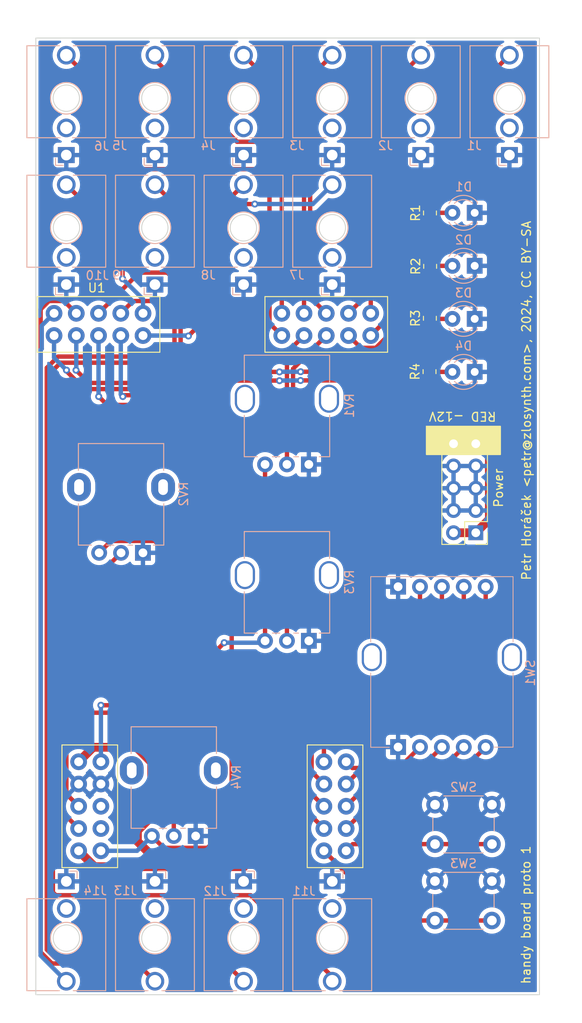
<source format=kicad_pcb>
(kicad_pcb (version 20221018) (generator pcbnew)
  (layers (0 "F.Cu" signal) (31 "B.Cu" signal) (34 "B.Paste" user) (35 "F.Paste" user) (36 "B.SilkS" user "B.Silkscreen") (37 "F.SilkS" user "F.Silkscreen") (38 "B.Mask" user) (39 "F.Mask" user) (44 "Edge.Cuts" user))
  (net 0 "")
  (net 1 "VCC")
  (net 2 "GND")
  (net 3 "VEE")
  (net 6 "Net-(D1-A)")
  (net 7 "Net-(D2-A)")
  (net 8 "Net-(D3-A)")
  (net 9 "Net-(D4-A)")
  (net 11 "LED_1")
  (net 12 "LED_2")
  (net 13 "LED_3")
  (net 14 "LED_4")
  (net 15 "LEFT_OUT")
  (net 16 "RIGHT_OUT")
  (net 17 "POT_1")
  (net 18 "+5V")
  (net 19 "POT_2")
  (net 20 "POT_3")
  (net 21 "+3.3V")
  (net 22 "POT_4")
  (net 23 "BUTTON_1")
  (net 24 "BUTTON_2")
  (net 36 "CV_IN_1")
  (net 37 "CV_OUT_1")
  (net 38 "CV_OUT_2")
  (net 39 "GATE_IN_1")
  (net 40 "GATE_IN_2")
  (net 41 "GATE_OUT_1")
  (net 42 "GATE_OUT_2")
  (net 43 "LEFT_IN")
  (net 44 "RIGHT_IN")
  (net 45 "CV_IN_2")
  (net 46 "CV_IN_4")
  (net 47 "SWITCH_8")
  (net 48 "SWITCH_7")
  (net 49 "SWITCH_6")
  (net 50 "SWITCH_5")
  (net 51 "SWITCH_4")
  (net 52 "SWITCH_3")
  (net 53 "SWITCH_2")
  (net 54 "SWITCH_1")
  (net 57 "CV_IN_3")
  (footprint "Connector_PinHeader_2.54mm:PinHeader_2x05_P2.54mm_Vertical" (layer "F.Cu") (at 99.11 112.62 180)
    (fp_text reference "J15" hide)
    (fp_text value "POWER")
  )
  (footprint "Resistor_SMD:R_0805_2012Metric_Pad1.20x1.40mm_HandSolder" (layer "F.Cu") (at 93.87 88.14 90)
    (fp_text reference "R3")
    (fp_text value "1k")
  )
  (footprint "Resistor_SMD:R_0805_2012Metric_Pad1.20x1.40mm_HandSolder" (layer "F.Cu") (at 93.83 94.23 90)
    (fp_text reference "R4")
    (fp_text value "1k")
  )
  (footprint "Resistor_SMD:R_0805_2012Metric_Pad1.20x1.40mm_HandSolder" (layer "F.Cu") (at 93.88 76.12 90)
    (fp_text reference "R1")
    (fp_text value "1k")
  )
  (footprint "Custom:Daisy_Patch_SM" (layer "F.Cu") (at 69.04 116.84 -90)
    (fp_text reference "U1")
    (fp_text value "Daisy_Patch_SM")
  )
  (footprint "Resistor_SMD:R_0805_2012Metric_Pad1.20x1.40mm_HandSolder" (layer "F.Cu") (at 93.9 82.21 90)
    (fp_text reference "R2")
    (fp_text value "1k")
  )
  (footprint "Connector_Audio:Jack_3.5mm_QingPu_WQP-PJ398SM_Vertical_CircularHoles" (layer "B.Cu") (at 52.36 84.29)
    (fp_text reference "J10")
    (fp_text value "GATE_OUT_2")
  )
  (footprint "Connector_Audio:Jack_3.5mm_QingPu_WQP-PJ398SM_Vertical_CircularHoles" (layer "B.Cu") (at 72.596 84.29)
    (fp_text reference "J8")
    (fp_text value "GATE_IN_2")
  )
  (footprint "Connector_Audio:Jack_3.5mm_QingPu_WQP-PJ398SM_Vertical_CircularHoles" (layer "B.Cu") (at 52.36 152.41 180)
    (fp_text reference "J14")
    (fp_text value "AUDIO_OUT_R")
  )
  (footprint "Custom:Potentiometer_Thonk_Trimmer" (layer "B.Cu") (at 80.05 124.955 90)
    (fp_text reference "RV3")
    (fp_text value "B10k")
  )
  (footprint "Connector_Audio:Jack_3.5mm_QingPu_WQP-PJ398SM_Vertical_CircularHoles" (layer "B.Cu") (at 102.95 69.51)
    (fp_text reference "J1")
    (fp_text value "CV_IN_1")
  )
  (footprint "Potentiometer_THT:Potentiometer_Alpha_RD901F-40-00D_Single_Vertical" (layer "B.Cu") (at 67.13 147.235 90)
    (fp_text reference "RV4")
    (fp_text value "B10k")
  )
  (footprint "Connector_Audio:Jack_3.5mm_QingPu_WQP-PJ398SM_Vertical_CircularHoles" (layer "B.Cu") (at 72.6 152.41 180)
    (fp_text reference "J12")
    (fp_text value "AUDIO_IN_R")
  )
  (footprint "LED_THT:LED_D3.0mm" (layer "B.Cu") (at 98.985 76.1 180)
    (fp_text reference "D1")
    (fp_text value "LED1")
  )
  (footprint "LED_THT:LED_D3.0mm" (layer "B.Cu") (at 98.985 94.26 180)
    (fp_text reference "D4")
    (fp_text value "LED4")
  )
  (footprint "Connector_Audio:Jack_3.5mm_QingPu_WQP-PJ398SM_Vertical_CircularHoles" (layer "B.Cu") (at 82.72 152.41 180)
    (fp_text reference "J11")
    (fp_text value "AUDIO_IN_L")
  )
  (footprint "LED_THT:LED_D3.0mm" (layer "B.Cu") (at 98.985 82.153333 180)
    (fp_text reference "D2")
    (fp_text value "LED2")
  )
  (footprint "Button_Switch_THT:SW_PUSH_6mm" (layer "B.Cu") (at 100.95 152.38 180)
    (fp_text reference "SW3")
    (fp_text value "BUTTON_2")
  )
  (footprint "Custom:Rotary_Switch_8_Alpha" (layer "B.Cu") (at 95.24 127.93 180)
    (fp_text reference "SW1")
    (fp_text value "ROTARY_SWITCH")
  )
  (footprint "Connector_Audio:Jack_3.5mm_QingPu_WQP-PJ398SM_Vertical_CircularHoles" (layer "B.Cu") (at 92.832 69.51)
    (fp_text reference "J2")
    (fp_text value "CV_IN_2")
  )
  (footprint "LED_THT:LED_D3.0mm" (layer "B.Cu") (at 98.985 88.206666 180)
    (fp_text reference "D3")
    (fp_text value "LED3")
  )
  (footprint "Connector_Audio:Jack_3.5mm_QingPu_WQP-PJ398SM_Vertical_CircularHoles" (layer "B.Cu") (at 62.478 84.29)
    (fp_text reference "J9")
    (fp_text value "GATE_OUT_1")
  )
  (footprint "Button_Switch_THT:SW_PUSH_6mm" (layer "B.Cu") (at 100.96 143.66 180)
    (fp_text reference "SW2")
    (fp_text value "BUTTON_1")
  )
  (footprint "Connector_Audio:Jack_3.5mm_QingPu_WQP-PJ398SM_Vertical_CircularHoles" (layer "B.Cu") (at 82.714 69.51)
    (fp_text reference "J3")
    (fp_text value "CV_IN_3")
  )
  (footprint "Custom:Layout" (layer "B.Cu") (at 77.65 110.725873 180)
    (fp_text reference "G***" hide)
    (fp_text value "LOGO" hide)
  )
  (footprint "Connector_Audio:Jack_3.5mm_QingPu_WQP-PJ398SM_Vertical_CircularHoles" (layer "B.Cu") (at 72.596 69.51)
    (fp_text reference "J4")
    (fp_text value "CV_IN_4")
  )
  (footprint "Potentiometer_THT:Potentiometer_Alpha_RD901F-40-00D_Single_Vertical" (layer "B.Cu") (at 61.11 114.91 90)
    (fp_text reference "RV2")
    (fp_text value "B10k")
  )
  (footprint "Connector_Audio:Jack_3.5mm_QingPu_WQP-PJ398SM_Vertical_CircularHoles" (layer "B.Cu") (at 62.48 152.41 180)
    (fp_text reference "J13")
    (fp_text value "AUDIO_OUT_L")
  )
  (footprint "Connector_Audio:Jack_3.5mm_QingPu_WQP-PJ398SM_Vertical_CircularHoles" (layer "B.Cu") (at 52.36 69.51)
    (fp_text reference "J6")
    (fp_text value "CV_OUT_2")
  )
  (footprint "Connector_Audio:Jack_3.5mm_QingPu_WQP-PJ398SM_Vertical_CircularHoles" (layer "B.Cu") (at 62.478 69.51)
    (fp_text reference "J5")
    (fp_text value "CV_OUT_1")
  )
  (footprint "Custom:Potentiometer_Thonk_Trimmer" (layer "B.Cu") (at 80.05 104.82 90)
    (fp_text reference "RV1")
    (fp_text value "B10k")
  )
  (footprint "Connector_Audio:Jack_3.5mm_QingPu_WQP-PJ398SM_Vertical_CircularHoles" (layer "B.Cu") (at 82.714 84.29)
    (fp_text reference "J7")
    (fp_text value "GATE_IN_1")
  )
  (gr_rect (start 93.485 103.68) (end 101.91 100.48) (stroke (width 0.15)) (fill solid) (layer "F.SilkS"))
  (gr_circle (center 52.37 158.88584) (end 53.77 159.43584) (stroke (width 0.1)) (fill none) (layer "Edge.Cuts"))
  (gr_circle (center 72.6 63.03584) (end 74 63.58584) (stroke (width 0.1)) (fill none) (layer "Edge.Cuts"))
  (gr_circle (center 62.47 77.80584) (end 63.87 78.35584) (stroke (width 0.1)) (fill none) (layer "Edge.Cuts"))
  (gr_rect (start 48.88 165.35) (end 106.38 56.15) (stroke (width 0.1)) (fill none) (layer "Edge.Cuts"))
  (gr_circle (center 82.73 77.80584) (end 84.13 78.35584) (stroke (width 0.1)) (fill none) (layer "Edge.Cuts"))
  (gr_circle (center 72.58 77.81584) (end 73.98 78.36584) (stroke (width 0.1)) (fill none) (layer "Edge.Cuts"))
  (gr_circle (center 92.83 63.01584) (end 94.23 63.56584) (stroke (width 0.1)) (fill none) (layer "Edge.Cuts"))
  (gr_circle (center 82.71 158.88584) (end 84.11 159.43584) (stroke (width 0.1)) (fill none) (layer "Edge.Cuts"))
  (gr_circle (center 52.38 77.79584) (end 53.78 78.34584) (stroke (width 0.1)) (fill none) (layer "Edge.Cuts"))
  (gr_circle (center 102.96 63.02584) (end 104.36 63.57584) (stroke (width 0.1)) (fill none) (layer "Edge.Cuts"))
  (gr_circle (center 52.36 63.01584) (end 53.76 63.56584) (stroke (width 0.1)) (fill none) (layer "Edge.Cuts"))
  (gr_circle (center 62.47 158.89584) (end 63.87 159.44584) (stroke (width 0.1)) (fill none) (layer "Edge.Cuts"))
  (gr_circle (center 82.71 63.00584) (end 84.11 63.55584) (stroke (width 0.1)) (fill none) (layer "Edge.Cuts"))
  (gr_circle (center 72.61 158.88584) (end 74.01 159.43584) (stroke (width 0.1)) (fill none) (layer "Edge.Cuts"))
  (gr_circle (center 62.47 63.01584) (end 63.87 63.56584) (stroke (width 0.1)) (fill none) (layer "Edge.Cuts"))
  (gr_text "Petr Horáček <petr@zlosynth.com>, 2024, CC BY-SA" (at 105.48 118.13 90) (layer "F.SilkS") (effects (font (size 1 1)) (justify left bottom)))
  (gr_text "handy board proto 1" (at 105.43 164.22 90) (layer "F.SilkS") (effects (font (size 1 1)) (justify left bottom)))
  (gr_text "-12V" (at 95.765 98.75 180) (layer "F.SilkS") (effects (font (size 1 1)) (justify bottom)))
  (gr_text "Power" (at 102.29 109.82 90) (layer "F.SilkS") (effects (font (size 1 1)) (justify left bottom)))
  (gr_text "RED" (at 99.985 98.75 180) (layer "F.SilkS") (effects (font (size 1 1)) (justify bottom)))
  (segment (start 85.826472 106.796472) (end 91.712944 100.91) (width 1) (layer "F.Cu") (net 1))
  (segment (start 99.11 112.62) (end 96.57 112.62) (width 1) (layer "F.Cu") (net 1))
  (segment (start 60.48 146.622258) (end 60.48 147.847742) (width 1) (layer "F.Cu") (net 1))
  (segment (start 60.48 147.847742) (end 62.167258 149.535) (width 1) (layer "F.Cu") (net 1))
  (segment (start 100.66 111.07) (end 99.11 112.62) (width 1) (layer "F.Cu") (net 1))
  (segment (start 60.37578 137.1075) (end 62.11 138.84172) (width 1) (layer "F.Cu") (net 1))
  (segment (start 91.712944 100.91) (end 99.82 100.91) (width 1) (layer "F.Cu") (net 1))
  (segment (start 53.77 138.76) (end 55.4225 137.1075) (width 1) (layer "F.Cu") (net 1))
  (segment (start 85.826472 123.036472) (end 85.826472 106.796472) (width 1) (layer "F.Cu") (net 1))
  (segment (start 62.167258 149.535) (end 72.147944 149.535) (width 1) (layer "F.Cu") (net 1))
  (segment (start 72.147944 149.535) (end 74.11 147.572944) (width 1) (layer "F.Cu") (net 1))
  (segment (start 62.11 138.84172) (end 62.11 144.992258) (width 1) (layer "F.Cu") (net 1))
  (segment (start 74.11 134.752944) (end 85.826472 123.036472) (width 1) (layer "F.Cu") (net 1))
  (segment (start 99.82 100.91) (end 100.66 101.75) (width 1) (layer "F.Cu") (net 1))
  (segment (start 100.66 101.75) (end 100.66 111.07) (width 1) (layer "F.Cu") (net 1))
  (segment (start 62.11 144.992258) (end 60.48 146.622258) (width 1) (layer "F.Cu") (net 1))
  (segment (start 74.11 147.572944) (end 74.11 134.752944) (width 1) (layer "F.Cu") (net 1))
  (segment (start 55.4225 137.1075) (end 60.37578 137.1075) (width 1) (layer "F.Cu") (net 1))
  (segment (start 91.86 102.46) (end 99.11 102.46) (width 1) (layer "F.Cu") (net 3))
  (segment (start 55.585 150.735) (end 53.77 148.92) (width 1) (layer "F.Cu") (net 3))
  (segment (start 87.026472 123.533528) (end 75.31 135.25) (width 1) (layer "F.Cu") (net 3))
  (segment (start 87.03 116.1) (end 87.026472 116.1) (width 1) (layer "F.Cu") (net 3))
  (segment (start 87.026472 116.1) (end 87.026472 107.293528) (width 1) (layer "F.Cu") (net 3))
  (segment (start 87.026472 116.1) (end 87.026472 123.533528) (width 1) (layer "F.Cu") (net 3))
  (segment (start 75.31 148.07) (end 72.645 150.735) (width 1) (layer "F.Cu") (net 3))
  (segment (start 72.645 150.735) (end 55.585 150.735) (width 1) (layer "F.Cu") (net 3))
  (segment (start 87.026472 107.293528) (end 91.86 102.46) (width 1) (layer "F.Cu") (net 3))
  (segment (start 75.31 135.25) (end 75.31 148.07) (width 1) (layer "F.Cu") (net 3))
  (segment (start 96.445 76.1) (end 94.86 76.1) (width 0.5) (layer "F.Cu") (net 6))
  (segment (start 94.86 76.1) (end 93.88 75.12) (width 0.5) (layer "F.Cu") (net 6))
  (segment (start 96.445 82.153333) (end 94.843333 82.153333) (width 0.5) (layer "F.Cu") (net 7))
  (segment (start 94.843333 82.153333) (end 93.9 81.21) (width 0.5) (layer "F.Cu") (net 7))
  (segment (start 96.445 88.206666) (end 94.936666 88.206666) (width 0.5) (layer "F.Cu") (net 8))
  (segment (start 94.936666 88.206666) (end 93.87 87.14) (width 0.5) (layer "F.Cu") (net 8))
  (segment (start 96.445 94.26) (end 94.86 94.26) (width 0.5) (layer "F.Cu") (net 9))
  (segment (start 94.86 94.26) (end 93.83 93.23) (width 0.5) (layer "F.Cu") (net 9))
  (segment (start 87.12 90.11) (end 89.28 87.95) (width 0.5) (layer "F.Cu") (net 11))
  (segment (start 89.28 87.95) (end 89.28 80.9) (width 0.5) (layer "F.Cu") (net 11))
  (segment (start 93.06 77.12) (end 93.88 77.12) (width 0.5) (layer "F.Cu") (net 11))
  (segment (start 89.28 80.9) (end 93.06 77.12) (width 0.5) (layer "F.Cu") (net 11))
  (segment (start 87.700935 91.5125) (end 85.9825 91.5125) (width 0.5) (layer "F.Cu") (net 12))
  (segment (start 85.9825 91.5125) (end 84.58 90.11) (width 0.5) (layer "F.Cu") (net 12))
  (segment (start 92.21 83.21) (end 89.98 85.44) (width 0.5) (layer "F.Cu") (net 12))
  (segment (start 93.9 83.21) (end 92.21 83.21) (width 0.5) (layer "F.Cu") (net 12))
  (segment (start 89.98 89.233435) (end 87.700935 91.5125) (width 0.5) (layer "F.Cu") (net 12))
  (segment (start 89.98 85.44) (end 89.98 89.233435) (width 0.5) (layer "F.Cu") (net 12))
  (segment (start 64.649899 96.92) (end 58.96 96.92) (width 0.5) (layer "F.Cu") (net 13))
  (segment (start 93.87 89.14) (end 88.768959 94.241041) (width 0.5) (layer "F.Cu") (net 13))
  (segment (start 76.7 94.26) (end 67.3099 94.26) (width 0.5) (layer "F.Cu") (net 13))
  (segment (start 88.768959 94.241041) (end 79.111041 94.241041) (width 0.5) (layer "F.Cu") (net 13))
  (segment (start 67.3099 94.26) (end 64.649899 96.92) (width 0.5) (layer "F.Cu") (net 13))
  (segment (start 58.96 96.92) (end 58.81 97.07) (width 0.5) (layer "F.Cu") (net 13))
  (via (at 79.111041 94.241041) (size 0.8) (drill 0.4) (layers "F.Cu" "B.Cu") (net 13))
  (via (at 58.81 97.07) (size 0.8) (drill 0.4) (layers "F.Cu" "B.Cu") (net 13))
  (via (at 76.7 94.26) (size 0.8) (drill 0.4) (layers "F.Cu" "B.Cu") (net 13))
  (segment (start 58.81 97.07) (end 58.58 96.84) (width 0.5) (layer "B.Cu") (net 13))
  (segment (start 76.718959 94.241041) (end 76.7 94.26) (width 0.5) (layer "B.Cu") (net 13))
  (segment (start 58.58 96.84) (end 58.58 90.11) (width 0.5) (layer "B.Cu") (net 13))
  (segment (start 79.111041 94.241041) (end 76.718959 94.241041) (width 0.5) (layer "B.Cu") (net 13))
  (segment (start 64.52985 98.03) (end 57.02 98.03) (width 0.5) (layer "F.Cu") (net 14))
  (segment (start 93.83 95.23) (end 79.110684 95.23) (width 0.5) (layer "F.Cu") (net 14))
  (segment (start 79.110684 95.23) (end 79.099705 95.240979) (width 0.5) (layer "F.Cu") (net 14))
  (segment (start 76.7 95.260003) (end 76.689997 95.25) (width 0.5) (layer "F.Cu") (net 14))
  (segment (start 76.689997 95.25) (end 67.30985 95.25) (width 0.5) (layer "F.Cu") (net 14))
  (segment (start 57.02 98.03) (end 56.06 97.07) (width 0.5) (layer "F.Cu") (net 14))
  (segment (start 67.30985 95.25) (end 64.52985 98.03) (width 0.5) (layer "F.Cu") (net 14))
  (via (at 79.099705 95.240979) (size 0.8) (drill 0.4) (layers "F.Cu" "B.Cu") (net 14))
  (via (at 56.06 97.07) (size 0.8) (drill 0.4) (layers "F.Cu" "B.Cu") (net 14))
  (via (at 76.7 95.260003) (size 0.8) (drill 0.4) (layers "F.Cu" "B.Cu") (net 14))
  (segment (start 76.719024 95.240979) (end 76.7 95.260003) (width 0.5) (layer "B.Cu") (net 14))
  (segment (start 56.06 97.07) (end 56.04 97.05) (width 0.5) (layer "B.Cu") (net 14))
  (segment (start 79.099705 95.240979) (end 76.719024 95.240979) (width 0.5) (layer "B.Cu") (net 14))
  (segment (start 56.04 97.05) (end 56.04 90.11) (width 0.5) (layer "B.Cu") (net 14))
  (segment (start 53.5 87.57) (end 52.0975 86.1675) (width 0.5) (layer "F.Cu") (net 15))
  (segment (start 50.379065 86.1675) (end 49.43 87.116565) (width 0.5) (layer "F.Cu") (net 15))
  (segment (start 50.73 161.79) (end 60.46 161.79) (width 0.5) (layer "F.Cu") (net 15))
  (segment (start 52.0975 86.1675) (end 50.379065 86.1675) (width 0.5) (layer "F.Cu") (net 15))
  (segment (start 49.43 160.49) (end 50.73 161.79) (width 0.5) (layer "F.Cu") (net 15))
  (segment (start 60.46 161.79) (end 62.48 163.81) (width 0.5) (layer "F.Cu") (net 15))
  (segment (start 49.43 87.116565) (end 49.43 160.49) (width 0.5) (layer "F.Cu") (net 15))
  (segment (start 49.43 160.88) (end 52.36 163.81) (width 0.5) (layer "B.Cu") (net 16))
  (segment (start 49.5575 91.6175) (end 49.43 91.745) (width 0.5) (layer "B.Cu") (net 16))
  (segment (start 49.43 91.745) (end 49.43 160.88) (width 0.5) (layer "B.Cu") (net 16))
  (segment (start 49.5575 88.9725) (end 49.5575 91.6175) (width 0.5) (layer "B.Cu") (net 16))
  (segment (start 50.96 87.57) (end 49.5575 88.9725) (width 0.5) (layer "B.Cu") (net 16))
  (segment (start 77.55 104.82) (end 77.55 92.06) (width 0.5) (layer "F.Cu") (net 17))
  (segment (start 77.55 92.06) (end 79.5 90.11) (width 0.5) (layer "F.Cu") (net 17))
  (segment (start 56.31 132.31) (end 63.25 132.31) (width 0.5) (layer "F.Cu") (net 18))
  (segment (start 75.05 124.955) (end 75.05 104.82) (width 0.5) (layer "F.Cu") (net 18))
  (segment (start 63.25 132.31) (end 70.39 125.17) (width 0.5) (layer "F.Cu") (net 18))
  (via (at 70.39 125.17) (size 0.8) (drill 0.4) (layers "F.Cu" "B.Cu") (net 18))
  (via (at 56.31 132.31) (size 0.8) (drill 0.4) (layers "F.Cu" "B.Cu") (net 18))
  (segment (start 70.39 125.17) (end 74.835 125.17) (width 0.5) (layer "B.Cu") (net 18))
  (segment (start 74.835 125.17) (end 75.05 124.955) (width 0.5) (layer "B.Cu") (net 18))
  (segment (start 56.31 138.76) (end 56.31 132.31) (width 0.5) (layer "B.Cu") (net 18))
  (segment (start 51.6675 144.2775) (end 51.6675 121.8525) (width 0.5) (layer "F.Cu") (net 19))
  (segment (start 51.6675 121.8525) (end 58.61 114.91) (width 0.5) (layer "F.Cu") (net 19))
  (segment (start 53.77 146.38) (end 51.6675 144.2775) (width 0.5) (layer "F.Cu") (net 19))
  (segment (start 77.55 111.61) (end 82.58 106.58) (width 0.5) (layer "F.Cu") (net 20))
  (segment (start 82.58 102.93) (end 78.25 98.6) (width 0.5) (layer "F.Cu") (net 20))
  (segment (start 82.58 106.58) (end 82.58 102.93) (width 0.5) (layer "F.Cu") (net 20))
  (segment (start 78.25 98.6) (end 78.25 93.9) (width 0.5) (layer "F.Cu") (net 20))
  (segment (start 78.25 93.9) (end 82.04 90.11) (width 0.5) (layer "F.Cu") (net 20))
  (segment (start 77.55 124.955) (end 77.55 111.61) (width 0.5) (layer "F.Cu") (net 20))
  (segment (start 71.24 122.34) (end 62.46 113.56) (width 0.5) (layer "F.Cu") (net 21))
  (segment (start 57.46 113.56) (end 56.11 114.91) (width 0.5) (layer "F.Cu") (net 21))
  (segment (start 62.13 147.235) (end 63.48 148.585) (width 0.5) (layer "F.Cu") (net 21))
  (segment (start 63.48 148.585) (end 68.48 148.585) (width 0.5) (layer "F.Cu") (net 21))
  (segment (start 62.46 113.56) (end 57.46 113.56) (width 0.5) (layer "F.Cu") (net 21))
  (segment (start 68.48 148.585) (end 71.24 145.825) (width 0.5) (layer "F.Cu") (net 21))
  (segment (start 71.24 145.825) (end 71.24 122.34) (width 0.5) (layer "F.Cu") (net 21))
  (segment (start 60.445 148.92) (end 62.13 147.235) (width 0.5) (layer "B.Cu") (net 21))
  (segment (start 56.31 148.92) (end 60.445 148.92) (width 0.5) (layer "B.Cu") (net 21))
  (segment (start 55.17 133.16) (end 61.91 133.16) (width 0.5) (layer "F.Cu") (net 22))
  (segment (start 64.59 141.675273) (end 64.63 141.715273) (width 0.5) (layer "F.Cu") (net 22))
  (segment (start 52.3675 142.4375) (end 52.3675 135.9625) (width 0.5) (layer "F.Cu") (net 22))
  (segment (start 61.91 133.16) (end 64.59 135.84) (width 0.5) (layer "F.Cu") (net 22))
  (segment (start 64.59 135.84) (end 64.59 141.675273) (width 0.5) (layer "F.Cu") (net 22))
  (segment (start 53.77 143.84) (end 52.3675 142.4375) (width 0.5) (layer "F.Cu") (net 22))
  (segment (start 64.63 141.715273) (end 64.63 147.235) (width 0.5) (layer "F.Cu") (net 22))
  (segment (start 52.3675 135.9625) (end 55.17 133.16) (width 0.5) (layer "F.Cu") (net 22))
  (segment (start 85.07 148.16) (end 84.31 148.92) (width 0.5) (layer "F.Cu") (net 23))
  (segment (start 94.46 148.16) (end 85.07 148.16) (width 0.5) (layer "F.Cu") (net 23))
  (segment (start 100.96 148.16) (end 94.46 148.16) (width 0.5) (layer "F.Cu") (net 23))
  (segment (start 81.77 148.92) (end 89.73 156.88) (width 0.5) (layer "F.Cu") (net 24))
  (segment (start 89.73 156.88) (end 94.45 156.88) (width 0.5) (layer "F.Cu") (net 24))
  (segment (start 100.95 156.88) (end 94.45 156.88) (width 0.5) (layer "F.Cu") (net 24))
  (segment (start 87.12 64.81195) (end 91.67195 60.26) (width 0.5) (layer "F.Cu") (net 36))
  (segment (start 100.8 60.26) (end 102.95 58.11) (width 0.5) (layer "F.Cu") (net 36))
  (segment (start 91.67195 60.26) (end 100.8 60.26) (width 0.5) (layer "F.Cu") (net 36))
  (segment (start 87.12 87.57) (end 87.12 64.81195) (width 0.5) (layer "F.Cu") (net 36))
  (segment (start 71.85 67.99) (end 62.478 58.618) (width 0.5) (layer "F.Cu") (net 37))
  (segment (start 62.478 58.618) (end 62.478 58.11) (width 0.5) (layer "F.Cu") (net 37))
  (segment (start 76.96 87.57) (end 76.96 69.76) (width 0.5) (layer "F.Cu") (net 37))
  (segment (start 76.96 69.76) (end 75.19 67.99) (width 0.5) (layer "F.Cu") (net 37))
  (segment (start 75.19 67.99) (end 71.85 67.99) (width 0.5) (layer "F.Cu") (net 37))
  (segment (start 73.86 71.12) (end 59.97 71.12) (width 0.5) (layer "F.Cu") (net 38))
  (segment (start 57.45 63.2) (end 52.36 58.11) (width 0.5) (layer "F.Cu") (net 38))
  (segment (start 75.5575 88.7075) (end 75.5575 72.8175) (width 0.5) (layer "F.Cu") (net 38))
  (segment (start 75.5575 72.8175) (end 73.86 71.12) (width 0.5) (layer "F.Cu") (net 38))
  (segment (start 57.45 68.6) (end 57.45 63.2) (width 0.5) (layer "F.Cu") (net 38))
  (segment (start 59.97 71.12) (end 57.45 68.6) (width 0.5) (layer "F.Cu") (net 38))
  (segment (start 76.96 90.11) (end 75.5575 88.7075) (width 0.5) (layer "F.Cu") (net 38))
  (segment (start 71.37595 75.1) (end 73.88 75.1) (width 0.5) (layer "F.Cu") (net 39))
  (segment (start 52.38 94.172082) (end 54.427918 96.22) (width 0.5) (layer "F.Cu") (net 39))
  (segment (start 70.16 90.419949) (end 70.16 76.31595) (width 0.5) (layer "F.Cu") (net 39))
  (segment (start 52.38 94.06) (end 52.38 94.172082) (width 0.5) (layer "F.Cu") (net 39))
  (segment (start 64.35995 96.22) (end 70.16 90.419949) (width 0.5) (layer "F.Cu") (net 39))
  (segment (start 54.427918 96.22) (end 64.35995 96.22) (width 0.5) (layer "F.Cu") (net 39))
  (segment (start 70.16 76.31595) (end 71.37595 75.1) (width 0.5) (layer "F.Cu") (net 39))
  (via (at 52.38 94.06) (size 0.8) (drill 0.4) (layers "F.Cu" "B.Cu") (net 39))
  (via (at 73.88 75.1) (size 0.8) (drill 0.4) (layers "F.Cu" "B.Cu") (net 39))
  (segment (start 50.96 92.64) (end 52.38 94.06) (width 0.5) (layer "B.Cu") (net 39))
  (segment (start 50.96 90.11) (end 50.96 92.64) (width 0.5) (layer "B.Cu") (net 39))
  (segment (start 80.504 75.1) (end 82.714 72.89) (width 0.5) (layer "B.Cu") (net 39))
  (segment (start 73.88 75.1) (end 80.504 75.1) (width 0.5) (layer "B.Cu") (net 39))
  (segment (start 54.93 95.52) (end 64.07 95.52) (width 0.5) (layer "F.Cu") (net 40))
  (segment (start 69.46 90.13) (end 69.46 76.026) (width 0.5) (layer "F.Cu") (net 40))
  (segment (start 64.07 95.52) (end 69.46 90.13) (width 0.5) (layer "F.Cu") (net 40))
  (segment (start 53.47 94.06) (end 54.93 95.52) (width 0.5) (layer "F.Cu") (net 40))
  (segment (start 69.46 76.026) (end 72.596 72.89) (width 0.5) (layer "F.Cu") (net 40))
  (via (at 53.47 94.06) (size 0.8) (drill 0.4) (layers "F.Cu" "B.Cu") (net 40))
  (segment (start 53.5 94.03) (end 53.47 94.06) (width 0.5) (layer "B.Cu") (net 40))
  (segment (start 53.5 90.11) (end 53.5 94.03) (width 0.5) (layer "B.Cu") (net 40))
  (segment (start 62.478 72.89) (end 67.86 78.272) (width 0.5) (layer "F.Cu") (net 41))
  (segment (start 67.86 88.6) (end 66.3 90.16) (width 0.5) (layer "F.Cu") (net 41))
  (segment (start 67.86 78.272) (end 67.86 88.6) (width 0.5) (layer "F.Cu") (net 41))
  (via (at 66.3 90.16) (size 0.8) (drill 0.4) (layers "F.Cu" "B.Cu") (net 41))
  (segment (start 66.25 90.11) (end 66.3 90.16) (width 0.5) (layer "B.Cu") (net 41))
  (segment (start 61.12 90.11) (end 66.25 90.11) (width 0.5) (layer "B.Cu") (net 41))
  (segment (start 58.783959 83.623959) (end 58.783959 79.313959) (width 0.5) (layer "F.Cu") (net 42))
  (segment (start 58.783959 79.313959) (end 52.36 72.89) (width 0.5) (layer "F.Cu") (net 42))
  (via (at 58.783959 83.623959) (size 0.8) (drill 0.4) (layers "F.Cu" "B.Cu") (net 42))
  (segment (start 61.12 85.96) (end 58.783959 83.623959) (width 0.5) (layer "B.Cu") (net 42))
  (segment (start 61.12 87.57) (end 61.12 85.96) (width 0.5) (layer "B.Cu") (net 42))
  (segment (start 56.04 87.57) (end 60.685 82.925) (width 0.5) (layer "F.Cu") (net 43))
  (segment (start 82.72 163.3) (end 82.72 163.81) (width 0.5) (layer "F.Cu") (net 43))
  (segment (start 63.689949 93.21) (end 51.70995 93.21) (width 0.5) (layer "F.Cu") (net 43))
  (segment (start 65.41 91.48995) (end 63.689949 93.21) (width 0.5) (layer "F.Cu") (net 43))
  (segment (start 63.893 82.925) (end 65.41 84.442) (width 0.5) (layer "F.Cu") (net 43))
  (segment (start 60.685 82.925) (end 63.893 82.925) (width 0.5) (layer "F.Cu") (net 43))
  (segment (start 65.41 84.442) (end 65.41 91.48995) (width 0.5) (layer "F.Cu") (net 43))
  (segment (start 50.83 153.66) (end 51.165 153.995) (width 0.5) (layer "F.Cu") (net 43))
  (segment (start 73.415 153.995) (end 82.72 163.3) (width 0.5) (layer "F.Cu") (net 43))
  (segment (start 51.70995 93.21) (end 50.83 94.08995) (width 0.5) (layer "F.Cu") (net 43))
  (segment (start 51.165 153.995) (end 73.415 153.995) (width 0.5) (layer "F.Cu") (net 43))
  (segment (start 50.83 94.08995) (end 50.83 153.66) (width 0.5) (layer "F.Cu") (net 43))
  (segment (start 69.88 161.09) (end 72.6 163.81) (width 0.5) (layer "F.Cu") (net 44))
  (segment (start 59.9825 86.1675) (end 63.6975 86.1675) (width 0.5) (layer "F.Cu") (net 44))
  (segment (start 50.13 93.8) (end 50.13 160.20005) (width 0.5) (layer "F.Cu") (net 44))
  (segment (start 50.13 160.20005) (end 51.01995 161.09) (width 0.5) (layer "F.Cu") (net 44))
  (segment (start 51.01995 161.09) (end 69.88 161.09) (width 0.5) (layer "F.Cu") (net 44))
  (segment (start 63.4 92.51) (end 51.42 92.51) (width 0.5) (layer "F.Cu") (net 44))
  (segment (start 64.71 87.18) (end 64.71 91.2) (width 0.5) (layer "F.Cu") (net 44))
  (segment (start 64.71 91.2) (end 63.4 92.51) (width 0.5) (layer "F.Cu") (net 44))
  (segment (start 51.42 92.51) (end 50.13 93.8) (width 0.5) (layer "F.Cu") (net 44))
  (segment (start 58.58 87.57) (end 59.9825 86.1675) (width 0.5) (layer "F.Cu") (net 44))
  (segment (start 63.6975 86.1675) (end 64.71 87.18) (width 0.5) (layer "F.Cu") (net 44))
  (segment (start 86.42 85.73) (end 86.42 64.522) (width 0.5) (layer "F.Cu") (net 45))
  (segment (start 86.42 64.522) (end 92.832 58.11) (width 0.5) (layer "F.Cu") (net 45))
  (segment (start 84.58 87.57) (end 86.42 85.73) (width 0.5) (layer "F.Cu") (net 45))
  (segment (start 79.5 65.014) (end 72.596 58.11) (width 0.5) (layer "F.Cu") (net 46))
  (segment (start 79.5 87.57) (end 79.5 65.014) (width 0.5) (layer "F.Cu") (net 46))
  (segment (start 90.75005 130.21) (end 84.33005 130.21) (width 0.5) (layer "F.Cu") (net 47))
  (segment (start 92.74 128.22005) (end 90.75005 130.21) (width 0.5) (layer "F.Cu") (net 47))
  (segment (start 92.74 118.78) (end 92.74 128.22005) (width 0.5) (layer "F.Cu") (net 47))
  (segment (start 78.9675 135.57255) (end 78.9675 143.5775) (width 0.5) (layer "F.Cu") (net 47))
  (segment (start 84.33005 130.21) (end 78.9675 135.57255) (width 0.5) (layer "F.Cu") (net 47))
  (segment (start 78.9675 143.5775) (end 81.77 146.38) (width 0.5) (layer "F.Cu") (net 47))
  (segment (start 79.6675 135.8625) (end 84.62 130.91) (width 0.5) (layer "F.Cu") (net 48))
  (segment (start 91.04 130.91) (end 95.24 126.71) (width 0.5) (layer "F.Cu") (net 48))
  (segment (start 79.6675 141.7375) (end 79.6675 135.8625) (width 0.5) (layer "F.Cu") (net 48))
  (segment (start 84.62 130.91) (end 91.04 130.91) (width 0.5) (layer "F.Cu") (net 48))
  (segment (start 95.24 126.71) (end 95.24 118.78) (width 0.5) (layer "F.Cu") (net 48))
  (segment (start 81.77 143.84) (end 79.6675 141.7375) (width 0.5) (layer "F.Cu") (net 48))
  (segment (start 97.74 118.78) (end 97.74 125.19995) (width 0.5) (layer "F.Cu") (net 49))
  (segment (start 84.90995 131.61) (end 80.3675 136.15245) (width 0.5) (layer "F.Cu") (net 49))
  (segment (start 91.329949 131.61) (end 84.90995 131.61) (width 0.5) (layer "F.Cu") (net 49))
  (segment (start 80.3675 136.15245) (end 80.3675 139.8975) (width 0.5) (layer "F.Cu") (net 49))
  (segment (start 97.74 125.19995) (end 91.329949 131.61) (width 0.5) (layer "F.Cu") (net 49))
  (segment (start 80.3675 139.8975) (end 81.77 141.3) (width 0.5) (layer "F.Cu") (net 49))
  (segment (start 81.77 135.7399) (end 81.77 138.76) (width 0.5) (layer "F.Cu") (net 50))
  (segment (start 100.24 123.76) (end 91.69 132.31) (width 0.5) (layer "F.Cu") (net 50))
  (segment (start 85.1999 132.31) (end 81.77 135.7399) (width 0.5) (layer "F.Cu") (net 50))
  (segment (start 100.24 118.78) (end 100.24 123.76) (width 0.5) (layer "F.Cu") (net 50))
  (segment (start 91.69 132.31) (end 85.1999 132.31) (width 0.5) (layer "F.Cu") (net 50))
  (segment (start 89.12 141.57) (end 84.31 146.38) (width 0.5) (layer "F.Cu") (net 51))
  (segment (start 95.75 141.57) (end 89.12 141.57) (width 0.5) (layer "F.Cu") (net 51))
  (segment (start 100.24 137.08) (end 95.75 141.57) (width 0.5) (layer "F.Cu") (net 51))
  (segment (start 84.31 143.84) (end 87.28 140.87) (width 0.5) (layer "F.Cu") (net 52))
  (segment (start 93.95 140.87) (end 97.74 137.08) (width 0.5) (layer "F.Cu") (net 52))
  (segment (start 87.28 140.87) (end 93.95 140.87) (width 0.5) (layer "F.Cu") (net 52))
  (segment (start 95.24 137.08) (end 92.15 140.17) (width 0.5) (layer "F.Cu") (net 53))
  (segment (start 92.15 140.17) (end 85.44 140.17) (width 0.5) (layer "F.Cu") (net 53))
  (segment (start 85.44 140.17) (end 84.31 141.3) (width 0.5) (layer "F.Cu") (net 53))
  (segment (start 90.35 139.47) (end 85.02 139.47) (width 0.5) (layer "F.Cu") (net 54))
  (segment (start 92.74 137.08) (end 90.35 139.47) (width 0.5) (layer "F.Cu") (net 54))
  (segment (start 85.02 139.47) (end 84.31 138.76) (width 0.5) (layer "F.Cu") (net 54))
  (segment (start 80.2 60.624) (end 82.714 58.11) (width 0.5) (layer "F.Cu") (net 57))
  (segment (start 82.04 87.57) (end 80.2 85.73) (width 0.5) (layer "F.Cu") (net 57))
  (segment (start 80.2 85.73) (end 80.2 60.624) (width 0.5) (layer "F.Cu") (net 57))
  (zone (net 2) (net_name "GND") (layer "B.Cu") (connect_pads (clearance 0.5)) (min_thickness 0.25) (fill yes (thermal_gap 0.5) (thermal_bridge_width 0.5))
    (polygon (pts (xy 111.25 51.81) (xy 45.22 51.81) (xy 44.79 168.37) (xy 111.03 168.59)))
  )
)
</source>
